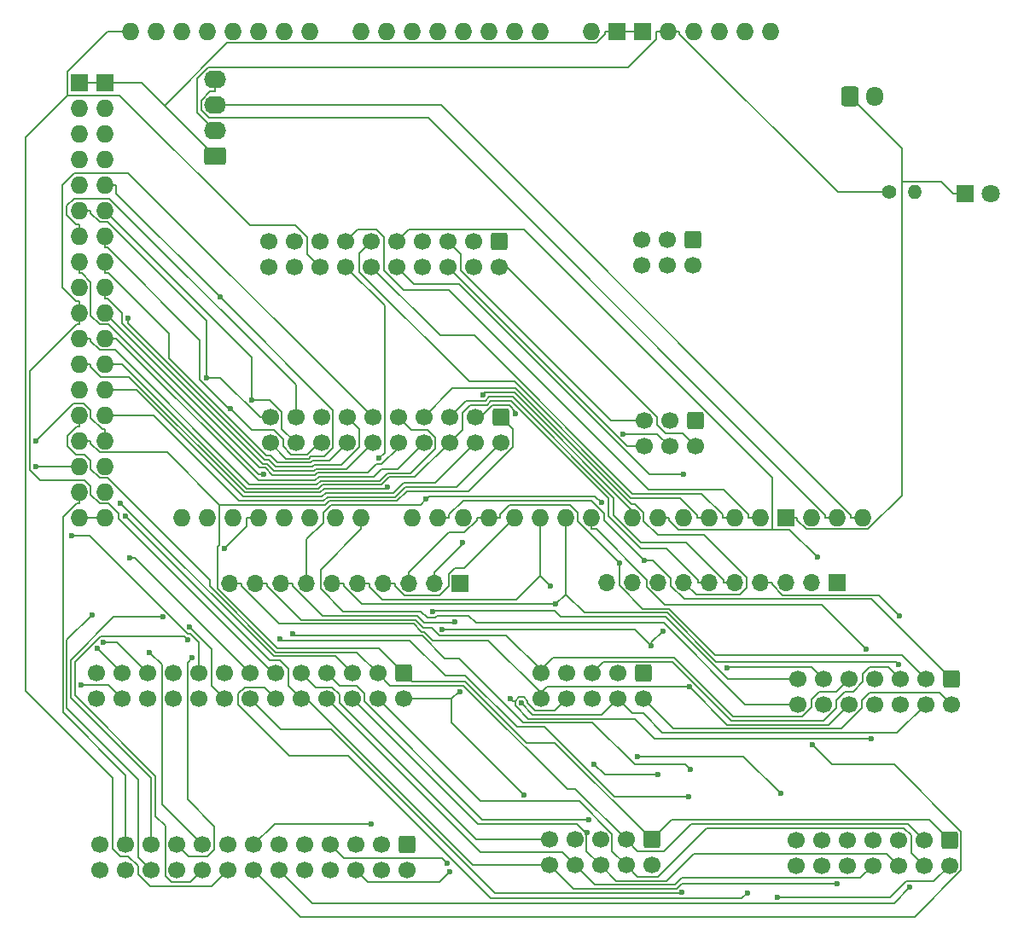
<source format=gbr>
%TF.GenerationSoftware,KiCad,Pcbnew,8.0.8*%
%TF.CreationDate,2025-03-24T05:48:31+10:00*%
%TF.ProjectId,Cable Tester,4361626c-6520-4546-9573-7465722e6b69,rev?*%
%TF.SameCoordinates,Original*%
%TF.FileFunction,Copper,L1,Top*%
%TF.FilePolarity,Positive*%
%FSLAX46Y46*%
G04 Gerber Fmt 4.6, Leading zero omitted, Abs format (unit mm)*
G04 Created by KiCad (PCBNEW 8.0.8) date 2025-03-24 05:48:31*
%MOMM*%
%LPD*%
G01*
G04 APERTURE LIST*
G04 Aperture macros list*
%AMRoundRect*
0 Rectangle with rounded corners*
0 $1 Rounding radius*
0 $2 $3 $4 $5 $6 $7 $8 $9 X,Y pos of 4 corners*
0 Add a 4 corners polygon primitive as box body*
4,1,4,$2,$3,$4,$5,$6,$7,$8,$9,$2,$3,0*
0 Add four circle primitives for the rounded corners*
1,1,$1+$1,$2,$3*
1,1,$1+$1,$4,$5*
1,1,$1+$1,$6,$7*
1,1,$1+$1,$8,$9*
0 Add four rect primitives between the rounded corners*
20,1,$1+$1,$2,$3,$4,$5,0*
20,1,$1+$1,$4,$5,$6,$7,0*
20,1,$1+$1,$6,$7,$8,$9,0*
20,1,$1+$1,$8,$9,$2,$3,0*%
G04 Aperture macros list end*
%TA.AperFunction,ComponentPad*%
%ADD10R,1.700000X1.700000*%
%TD*%
%TA.AperFunction,ComponentPad*%
%ADD11O,1.700000X1.700000*%
%TD*%
%TA.AperFunction,ComponentPad*%
%ADD12RoundRect,0.250000X-0.600000X0.600000X-0.600000X-0.600000X0.600000X-0.600000X0.600000X0.600000X0*%
%TD*%
%TA.AperFunction,ComponentPad*%
%ADD13C,1.700000*%
%TD*%
%TA.AperFunction,ComponentPad*%
%ADD14RoundRect,0.250000X-0.600000X-0.725000X0.600000X-0.725000X0.600000X0.725000X-0.600000X0.725000X0*%
%TD*%
%TA.AperFunction,ComponentPad*%
%ADD15O,1.700000X1.950000*%
%TD*%
%TA.AperFunction,ComponentPad*%
%ADD16O,1.727200X1.727200*%
%TD*%
%TA.AperFunction,ComponentPad*%
%ADD17R,1.727200X1.727200*%
%TD*%
%TA.AperFunction,ComponentPad*%
%ADD18RoundRect,0.250000X0.845000X-0.620000X0.845000X0.620000X-0.845000X0.620000X-0.845000X-0.620000X0*%
%TD*%
%TA.AperFunction,ComponentPad*%
%ADD19O,2.190000X1.740000*%
%TD*%
%TA.AperFunction,ComponentPad*%
%ADD20R,1.800000X1.800000*%
%TD*%
%TA.AperFunction,ComponentPad*%
%ADD21C,1.800000*%
%TD*%
%TA.AperFunction,ComponentPad*%
%ADD22C,1.400000*%
%TD*%
%TA.AperFunction,ComponentPad*%
%ADD23O,1.400000X1.400000*%
%TD*%
%TA.AperFunction,ViaPad*%
%ADD24C,0.600000*%
%TD*%
%TA.AperFunction,Conductor*%
%ADD25C,0.200000*%
%TD*%
G04 APERTURE END LIST*
D10*
%TO.P,J14,1,Pin_1*%
%TO.N,/PIN_R_01*%
X119025000Y-103025000D03*
D11*
%TO.P,J14,2,Pin_2*%
%TO.N,/PIN_R_02*%
X116485000Y-103025000D03*
%TO.P,J14,3,Pin_3*%
%TO.N,/PIN_R_03*%
X113945000Y-103025000D03*
%TO.P,J14,4,Pin_4*%
%TO.N,/PIN_R_04*%
X111405000Y-103025000D03*
%TO.P,J14,5,Pin_5*%
%TO.N,/PIN_R_05*%
X108865000Y-103025000D03*
%TO.P,J14,6,Pin_6*%
%TO.N,/PIN_R_06*%
X106325000Y-103025000D03*
%TO.P,J14,7,Pin_7*%
%TO.N,/PIN_R_07*%
X103785000Y-103025000D03*
%TO.P,J14,8,Pin_8*%
%TO.N,/PIN_R_08*%
X101245000Y-103025000D03*
%TO.P,J14,9,Pin_9*%
%TO.N,/PIN_R_09*%
X98705000Y-103025000D03*
%TO.P,J14,10,Pin_10*%
%TO.N,/PIN_R_10*%
X96165000Y-103025000D03*
%TD*%
D12*
%TO.P,J6,1,Pin_1*%
%TO.N,/PIN_01*%
X85466000Y-69181000D03*
D13*
%TO.P,J6,2,Pin_2*%
%TO.N,/PIN_02*%
X85466000Y-71721000D03*
%TO.P,J6,3,Pin_3*%
%TO.N,/PIN_03*%
X82926000Y-69181000D03*
%TO.P,J6,4,Pin_4*%
%TO.N,/PIN_04*%
X82926000Y-71721000D03*
%TO.P,J6,5,Pin_5*%
%TO.N,/PIN_05*%
X80386000Y-69181000D03*
%TO.P,J6,6,Pin_6*%
%TO.N,/PIN_06*%
X80386000Y-71721000D03*
%TO.P,J6,7,Pin_7*%
%TO.N,/PIN_07*%
X77846000Y-69181000D03*
%TO.P,J6,8,Pin_8*%
%TO.N,/PIN_08*%
X77846000Y-71721000D03*
%TO.P,J6,9,Pin_9*%
%TO.N,/PIN_09*%
X75306000Y-69181000D03*
%TO.P,J6,10,Pin_10*%
%TO.N,/PIN_10*%
X75306000Y-71721000D03*
%TO.P,J6,11,Pin_11*%
%TO.N,/PIN_11*%
X72766000Y-69181000D03*
%TO.P,J6,12,Pin_12*%
%TO.N,/PIN_12*%
X72766000Y-71721000D03*
%TO.P,J6,13,Pin_13*%
%TO.N,/PIN_13*%
X70226000Y-69181000D03*
%TO.P,J6,14,Pin_14*%
%TO.N,/PIN_14*%
X70226000Y-71721000D03*
%TO.P,J6,15,Pin_15*%
%TO.N,/PIN_15*%
X67686000Y-69181000D03*
%TO.P,J6,16,Pin_16*%
%TO.N,/PIN_16*%
X67686000Y-71721000D03*
%TO.P,J6,17,Pin_17*%
%TO.N,/PIN_17*%
X65146000Y-69181000D03*
%TO.P,J6,18,Pin_18*%
%TO.N,/PIN_18*%
X65146000Y-71721000D03*
%TO.P,J6,19,Pin_19*%
%TO.N,/PIN_19*%
X62606000Y-69181000D03*
%TO.P,J6,20,Pin_20*%
%TO.N,/PIN_20*%
X62606000Y-71721000D03*
%TD*%
D12*
%TO.P,J10,1,Pin_1*%
%TO.N,/PIN_R_01*%
X85586000Y-86641000D03*
D13*
%TO.P,J10,2,Pin_2*%
%TO.N,/PIN_R_02*%
X85586000Y-89181000D03*
%TO.P,J10,3,Pin_3*%
%TO.N,/PIN_R_03*%
X83046000Y-86641000D03*
%TO.P,J10,4,Pin_4*%
%TO.N,/PIN_R_04*%
X83046000Y-89181000D03*
%TO.P,J10,5,Pin_5*%
%TO.N,/PIN_R_05*%
X80506000Y-86641000D03*
%TO.P,J10,6,Pin_6*%
%TO.N,/PIN_R_06*%
X80506000Y-89181000D03*
%TO.P,J10,7,Pin_7*%
%TO.N,/PIN_R_07*%
X77966000Y-86641000D03*
%TO.P,J10,8,Pin_8*%
%TO.N,/PIN_R_08*%
X77966000Y-89181000D03*
%TO.P,J10,9,Pin_9*%
%TO.N,/PIN_R_09*%
X75426000Y-86641000D03*
%TO.P,J10,10,Pin_10*%
%TO.N,/PIN_R_10*%
X75426000Y-89181000D03*
%TO.P,J10,11,Pin_11*%
%TO.N,/PIN_R_11*%
X72886000Y-86641000D03*
%TO.P,J10,12,Pin_12*%
%TO.N,/PIN_R_12*%
X72886000Y-89181000D03*
%TO.P,J10,13,Pin_13*%
%TO.N,/PIN_R_13*%
X70346000Y-86641000D03*
%TO.P,J10,14,Pin_14*%
%TO.N,/PIN_R_14*%
X70346000Y-89181000D03*
%TO.P,J10,15,Pin_15*%
%TO.N,/PIN_R_15*%
X67806000Y-86641000D03*
%TO.P,J10,16,Pin_16*%
%TO.N,/PIN_R_16*%
X67806000Y-89181000D03*
%TO.P,J10,17,Pin_17*%
%TO.N,/PIN_R_17*%
X65266000Y-86641000D03*
%TO.P,J10,18,Pin_18*%
%TO.N,/PIN_R_18*%
X65266000Y-89181000D03*
%TO.P,J10,19,Pin_19*%
%TO.N,/PIN_R_19*%
X62726000Y-86641000D03*
%TO.P,J10,20,Pin_20*%
%TO.N,/PIN_R_20*%
X62726000Y-89181000D03*
%TD*%
D14*
%TO.P,J3,1,Pin_1*%
%TO.N,/GND*%
X120250000Y-54775000D03*
D15*
%TO.P,J3,2,Pin_2*%
%TO.N,/START TEST*%
X122750000Y-54775000D03*
%TD*%
D12*
%TO.P,J8,1,Pin_1*%
%TO.N,/PIN_R_01*%
X100582000Y-128566000D03*
D13*
%TO.P,J8,2,Pin_2*%
%TO.N,/PIN_R_02*%
X100582000Y-131106000D03*
%TO.P,J8,3,Pin_3*%
%TO.N,/PIN_R_03*%
X98042000Y-128566000D03*
%TO.P,J8,4,Pin_4*%
%TO.N,/PIN_R_04*%
X98042000Y-131106000D03*
%TO.P,J8,5,Pin_5*%
%TO.N,/PIN_R_05*%
X95502000Y-128566000D03*
%TO.P,J8,6,Pin_6*%
%TO.N,/PIN_R_06*%
X95502000Y-131106000D03*
%TO.P,J8,7,Pin_7*%
%TO.N,/PIN_R_07*%
X92962000Y-128566000D03*
%TO.P,J8,8,Pin_8*%
%TO.N,/PIN_R_08*%
X92962000Y-131106000D03*
%TO.P,J8,9,Pin_9*%
%TO.N,/PIN_R_09*%
X90422000Y-128566000D03*
%TO.P,J8,10,Pin_10*%
%TO.N,/PIN_R_10*%
X90422000Y-131106000D03*
%TD*%
D12*
%TO.P,J4,1,Pin_1*%
%TO.N,/PIN_01*%
X99742000Y-112066000D03*
D13*
%TO.P,J4,2,Pin_2*%
%TO.N,/PIN_02*%
X99742000Y-114606000D03*
%TO.P,J4,3,Pin_3*%
%TO.N,/PIN_03*%
X97202000Y-112066000D03*
%TO.P,J4,4,Pin_4*%
%TO.N,/PIN_04*%
X97202000Y-114606000D03*
%TO.P,J4,5,Pin_5*%
%TO.N,/PIN_05*%
X94662000Y-112066000D03*
%TO.P,J4,6,Pin_6*%
%TO.N,/PIN_06*%
X94662000Y-114606000D03*
%TO.P,J4,7,Pin_7*%
%TO.N,/PIN_07*%
X92122000Y-112066000D03*
%TO.P,J4,8,Pin_8*%
%TO.N,/PIN_08*%
X92122000Y-114606000D03*
%TO.P,J4,9,Pin_9*%
%TO.N,/PIN_09*%
X89582000Y-112066000D03*
%TO.P,J4,10,Pin_10*%
%TO.N,/PIN_10*%
X89582000Y-114606000D03*
%TD*%
D12*
%TO.P,J1,1,Pin_1*%
%TO.N,/PIN_01*%
X104890000Y-86985000D03*
D13*
%TO.P,J1,2,Pin_2*%
%TO.N,/PIN_02*%
X104890000Y-89525000D03*
%TO.P,J1,3,Pin_3*%
%TO.N,/PIN_03*%
X102350000Y-86985000D03*
%TO.P,J1,4,Pin_4*%
%TO.N,/PIN_04*%
X102350000Y-89525000D03*
%TO.P,J1,5,Pin_5*%
%TO.N,/PIN_05*%
X99810000Y-86985000D03*
%TO.P,J1,6,Pin_6*%
%TO.N,/PIN_06*%
X99810000Y-89525000D03*
%TD*%
D16*
%TO.P,A1,*%
%TO.N,*%
X112356000Y-48340000D03*
%TO.P,A1,3V3,3.3V*%
%TO.N,unconnected-(A1-3.3V-Pad3V3)*%
X104736000Y-48340000D03*
%TO.P,A1,5V1,5V*%
%TO.N,/+5V*%
X102196000Y-48340000D03*
%TO.P,A1,5V3,5V*%
X46316000Y-96600000D03*
%TO.P,A1,5V4,5V*%
X43776000Y-96600000D03*
%TO.P,A1,A0,A0*%
%TO.N,/START TEST*%
X89496000Y-48340000D03*
%TO.P,A1,A1,A1*%
%TO.N,unconnected-(A1-PadA1)*%
X86956000Y-48340000D03*
%TO.P,A1,A2,A2*%
%TO.N,unconnected-(A1-PadA2)*%
X84416000Y-48340000D03*
%TO.P,A1,A3,A3*%
%TO.N,unconnected-(A1-PadA3)*%
X81876000Y-48340000D03*
%TO.P,A1,A4,A4*%
%TO.N,unconnected-(A1-PadA4)*%
X79336000Y-48340000D03*
%TO.P,A1,A5,A5*%
%TO.N,unconnected-(A1-PadA5)*%
X76796000Y-48340000D03*
%TO.P,A1,A6,A6*%
%TO.N,unconnected-(A1-PadA6)*%
X74256000Y-48340000D03*
%TO.P,A1,A7,A7*%
%TO.N,unconnected-(A1-PadA7)*%
X71716000Y-48340000D03*
%TO.P,A1,A8,A8*%
%TO.N,unconnected-(A1-PadA8)*%
X66636000Y-48340000D03*
%TO.P,A1,A9,A9*%
%TO.N,unconnected-(A1-PadA9)*%
X64096000Y-48340000D03*
%TO.P,A1,A10,A10*%
%TO.N,unconnected-(A1-PadA10)*%
X61556000Y-48340000D03*
%TO.P,A1,A11,A11*%
%TO.N,unconnected-(A1-PadA11)*%
X59016000Y-48340000D03*
%TO.P,A1,A12,A12*%
%TO.N,unconnected-(A1-PadA12)*%
X56476000Y-48340000D03*
%TO.P,A1,A13,A13*%
%TO.N,unconnected-(A1-PadA13)*%
X53936000Y-48340000D03*
%TO.P,A1,A14,A14*%
%TO.N,/PIN_17*%
X51396000Y-48340000D03*
%TO.P,A1,A15,A15*%
%TO.N,/PIN_16*%
X48856000Y-48340000D03*
%TO.P,A1,AREF,AREF*%
%TO.N,unconnected-(A1-PadAREF)*%
X116420000Y-96600000D03*
%TO.P,A1,D0,D0/RX0*%
%TO.N,unconnected-(A1-D0{slash}RX0-PadD0)*%
X76796000Y-96600000D03*
%TO.P,A1,D1,D1/TX0*%
%TO.N,/PIN_01*%
X79336000Y-96600000D03*
%TO.P,A1,D2,D2_INT0*%
%TO.N,/PIN_02*%
X81876000Y-96600000D03*
%TO.P,A1,D3,D3_INT1*%
%TO.N,/PIN_03*%
X84416000Y-96600000D03*
%TO.P,A1,D4,D4*%
%TO.N,/PIN_04*%
X86956000Y-96600000D03*
%TO.P,A1,D5,D5*%
%TO.N,/PIN_05*%
X89496000Y-96600000D03*
%TO.P,A1,D6,D6*%
%TO.N,/PIN_06*%
X92036000Y-96600000D03*
%TO.P,A1,D7,D7*%
%TO.N,/PIN_07*%
X94576000Y-96600000D03*
%TO.P,A1,D8,D8*%
%TO.N,/PIN_08*%
X98640000Y-96600000D03*
%TO.P,A1,D9,D9*%
%TO.N,/PIN_09*%
X101180000Y-96600000D03*
%TO.P,A1,D10,D10*%
%TO.N,/PIN_10*%
X103720000Y-96600000D03*
%TO.P,A1,D11,D11*%
%TO.N,/PIN_11*%
X106260000Y-96600000D03*
%TO.P,A1,D12,D12*%
%TO.N,/PIN_12*%
X108800000Y-96600000D03*
%TO.P,A1,D13,D13*%
%TO.N,/PIN_13*%
X111340000Y-96600000D03*
%TO.P,A1,D14,D14/TX3*%
%TO.N,/PIN_14*%
X71716000Y-96600000D03*
%TO.P,A1,D15,D15/RX3*%
%TO.N,/PIN_15*%
X69176000Y-96600000D03*
%TO.P,A1,D16,D16/TX2*%
%TO.N,unconnected-(A1-D16{slash}TX2-PadD16)*%
X66636000Y-96600000D03*
%TO.P,A1,D17,D17/RX2*%
%TO.N,unconnected-(A1-D17{slash}RX2-PadD17)*%
X64096000Y-96600000D03*
%TO.P,A1,D18,D18/TX1*%
%TO.N,/PIN_18*%
X61556000Y-96600000D03*
%TO.P,A1,D19,D19/RX1*%
%TO.N,/PIN_19*%
X59016000Y-96600000D03*
%TO.P,A1,D20,D20/SDA*%
%TO.N,/PIN_20*%
X56476000Y-96600000D03*
%TO.P,A1,D21,D21/SCL*%
%TO.N,/PIN_21*%
X53936000Y-96600000D03*
%TO.P,A1,D22,D22*%
%TO.N,/PIN_22*%
X46316000Y-94060000D03*
%TO.P,A1,D23,D23*%
%TO.N,/PIN_23*%
X43776000Y-94060000D03*
%TO.P,A1,D24,D24*%
%TO.N,/PIN_24*%
X46316000Y-91520000D03*
%TO.P,A1,D25,D25*%
%TO.N,/PIN_25*%
X43776000Y-91520000D03*
%TO.P,A1,D26,D26*%
%TO.N,/PIN_26*%
X46316000Y-88980000D03*
%TO.P,A1,D27,D27*%
%TO.N,/PIN_R_01*%
X43776000Y-88980000D03*
%TO.P,A1,D28,D28*%
%TO.N,/PIN_R_02*%
X46316000Y-86440000D03*
%TO.P,A1,D29,D29*%
%TO.N,/PIN_R_03*%
X43776000Y-86440000D03*
%TO.P,A1,D30,D30*%
%TO.N,/PIN_R_04*%
X46316000Y-83900000D03*
%TO.P,A1,D31,D31*%
%TO.N,/PIN_R_05*%
X43776000Y-83900000D03*
%TO.P,A1,D32,D32*%
%TO.N,/PIN_R_06*%
X46316000Y-81360000D03*
%TO.P,A1,D33,D33*%
%TO.N,/PIN_R_07*%
X43776000Y-81360000D03*
%TO.P,A1,D34,D34*%
%TO.N,/PIN_R_08*%
X46316000Y-78820000D03*
%TO.P,A1,D35,D35*%
%TO.N,/PIN_R_09*%
X43776000Y-78820000D03*
%TO.P,A1,D36,D36*%
%TO.N,/PIN_R_10*%
X46316000Y-76280000D03*
%TO.P,A1,D37,D37*%
%TO.N,/PIN_R_11*%
X43776000Y-76280000D03*
%TO.P,A1,D38,D38*%
%TO.N,/PIN_R_12*%
X46316000Y-73740000D03*
%TO.P,A1,D39,D39*%
%TO.N,/PIN_R_13*%
X43776000Y-73740000D03*
%TO.P,A1,D40,D40*%
%TO.N,/PIN_R_14*%
X46316000Y-71200000D03*
%TO.P,A1,D41,D41*%
%TO.N,/PIN_R_15*%
X43776000Y-71200000D03*
%TO.P,A1,D42,D42*%
%TO.N,/PIN_R_16*%
X46316000Y-68660000D03*
%TO.P,A1,D43,D43*%
%TO.N,/PIN_R_17*%
X43776000Y-68660000D03*
%TO.P,A1,D44,D44*%
%TO.N,/PIN_R_18*%
X46316000Y-66120000D03*
%TO.P,A1,D45,D45*%
%TO.N,/PIN_R_19*%
X43776000Y-66120000D03*
%TO.P,A1,D46,D46*%
%TO.N,/PIN_R_20*%
X46316000Y-63580000D03*
%TO.P,A1,D47,D47*%
%TO.N,/PIN_R_21*%
X43776000Y-63580000D03*
%TO.P,A1,D48,D48*%
%TO.N,/PIN_R_22*%
X46316000Y-61040000D03*
%TO.P,A1,D49,D49*%
%TO.N,/PIN_R_23*%
X43776000Y-61040000D03*
%TO.P,A1,D50,D50_MISO*%
%TO.N,/PIN_R_24*%
X46316000Y-58500000D03*
%TO.P,A1,D51,D51_MOSI*%
%TO.N,/PIN_R_25*%
X43776000Y-58500000D03*
%TO.P,A1,D52,D52_SCK*%
%TO.N,/PIN_R_26*%
X46316000Y-55960000D03*
%TO.P,A1,D53,D53_CS*%
%TO.N,unconnected-(A1-D53_CS-PadD53)*%
X43776000Y-55960000D03*
D17*
%TO.P,A1,GND1,GND*%
%TO.N,/GND*%
X113880000Y-96600000D03*
%TO.P,A1,GND2,GND*%
X99656000Y-48340000D03*
%TO.P,A1,GND3,GND*%
X97116000Y-48340000D03*
%TO.P,A1,GND5,GND*%
X46316000Y-53420000D03*
%TO.P,A1,GND6,GND*%
X43776000Y-53420000D03*
D16*
%TO.P,A1,IORF,IOREF*%
%TO.N,unconnected-(A1-IOREF-PadIORF)*%
X109816000Y-48340000D03*
%TO.P,A1,RST1,RESET*%
%TO.N,unconnected-(A1-RESET-PadRST1)*%
X107276000Y-48340000D03*
%TO.P,A1,SCL,SCL*%
%TO.N,/SCL*%
X121500000Y-96600000D03*
%TO.P,A1,SDA,SDA*%
%TO.N,/SDA*%
X118960000Y-96600000D03*
%TO.P,A1,VIN,VIN*%
%TO.N,unconnected-(A1-PadVIN)*%
X94576000Y-48340000D03*
%TD*%
D12*
%TO.P,J9,1,Pin_1*%
%TO.N,/PIN_R_01*%
X130122000Y-128606000D03*
D13*
%TO.P,J9,2,Pin_2*%
%TO.N,/PIN_R_02*%
X130122000Y-131146000D03*
%TO.P,J9,3,Pin_3*%
%TO.N,/PIN_R_03*%
X127582000Y-128606000D03*
%TO.P,J9,4,Pin_4*%
%TO.N,/PIN_R_04*%
X127582000Y-131146000D03*
%TO.P,J9,5,Pin_5*%
%TO.N,/PIN_R_05*%
X125042000Y-128606000D03*
%TO.P,J9,6,Pin_6*%
%TO.N,/PIN_R_06*%
X125042000Y-131146000D03*
%TO.P,J9,7,Pin_7*%
%TO.N,/PIN_R_07*%
X122502000Y-128606000D03*
%TO.P,J9,8,Pin_8*%
%TO.N,/PIN_R_08*%
X122502000Y-131146000D03*
%TO.P,J9,9,Pin_9*%
%TO.N,/PIN_R_09*%
X119962000Y-128606000D03*
%TO.P,J9,10,Pin_10*%
%TO.N,/PIN_R_10*%
X119962000Y-131146000D03*
%TO.P,J9,11,Pin_11*%
%TO.N,/PIN_R_11*%
X117422000Y-128606000D03*
%TO.P,J9,12,Pin_12*%
%TO.N,/PIN_R_12*%
X117422000Y-131146000D03*
%TO.P,J9,13,Pin_13*%
%TO.N,/PIN_R_13*%
X114882000Y-128606000D03*
%TO.P,J9,14,Pin_14*%
%TO.N,/PIN_R_14*%
X114882000Y-131146000D03*
%TD*%
D12*
%TO.P,J2,1,Pin_1*%
%TO.N,/PIN_R_01*%
X104706000Y-69025000D03*
D13*
%TO.P,J2,2,Pin_2*%
%TO.N,/PIN_R_02*%
X104706000Y-71565000D03*
%TO.P,J2,3,Pin_3*%
%TO.N,/PIN_R_03*%
X102166000Y-69025000D03*
%TO.P,J2,4,Pin_4*%
%TO.N,/PIN_R_04*%
X102166000Y-71565000D03*
%TO.P,J2,5,Pin_5*%
%TO.N,/PIN_R_05*%
X99626000Y-69025000D03*
%TO.P,J2,6,Pin_6*%
%TO.N,/PIN_R_06*%
X99626000Y-71565000D03*
%TD*%
D12*
%TO.P,J7,1,Pin_1*%
%TO.N,/PIN_01*%
X76322000Y-129066000D03*
D13*
%TO.P,J7,2,Pin_2*%
%TO.N,/PIN_02*%
X76322000Y-131606000D03*
%TO.P,J7,3,Pin_3*%
%TO.N,/PIN_03*%
X73782000Y-129066000D03*
%TO.P,J7,4,Pin_4*%
%TO.N,/PIN_04*%
X73782000Y-131606000D03*
%TO.P,J7,5,Pin_5*%
%TO.N,/PIN_05*%
X71242000Y-129066000D03*
%TO.P,J7,6,Pin_6*%
%TO.N,/PIN_06*%
X71242000Y-131606000D03*
%TO.P,J7,7,Pin_7*%
%TO.N,/PIN_07*%
X68702000Y-129066000D03*
%TO.P,J7,8,Pin_8*%
%TO.N,/PIN_08*%
X68702000Y-131606000D03*
%TO.P,J7,9,Pin_9*%
%TO.N,/PIN_09*%
X66162000Y-129066000D03*
%TO.P,J7,10,Pin_10*%
%TO.N,/PIN_10*%
X66162000Y-131606000D03*
%TO.P,J7,11,Pin_11*%
%TO.N,/PIN_11*%
X63622000Y-129066000D03*
%TO.P,J7,12,Pin_12*%
%TO.N,/PIN_12*%
X63622000Y-131606000D03*
%TO.P,J7,13,Pin_13*%
%TO.N,/PIN_13*%
X61082000Y-129066000D03*
%TO.P,J7,14,Pin_14*%
%TO.N,/PIN_14*%
X61082000Y-131606000D03*
%TO.P,J7,15,Pin_15*%
%TO.N,/PIN_15*%
X58542000Y-129066000D03*
%TO.P,J7,16,Pin_16*%
%TO.N,/PIN_16*%
X58542000Y-131606000D03*
%TO.P,J7,17,Pin_17*%
%TO.N,/PIN_17*%
X56002000Y-129066000D03*
%TO.P,J7,18,Pin_18*%
%TO.N,/PIN_18*%
X56002000Y-131606000D03*
%TO.P,J7,19,Pin_19*%
%TO.N,/PIN_19*%
X53462000Y-129066000D03*
%TO.P,J7,20,Pin_20*%
%TO.N,/PIN_20*%
X53462000Y-131606000D03*
%TO.P,J7,21,Pin_21*%
%TO.N,/PIN_21*%
X50922000Y-129066000D03*
%TO.P,J7,22,Pin_22*%
%TO.N,/PIN_22*%
X50922000Y-131606000D03*
%TO.P,J7,23,Pin_23*%
%TO.N,/PIN_23*%
X48382000Y-129066000D03*
%TO.P,J7,24,Pin_24*%
%TO.N,/PIN_24*%
X48382000Y-131606000D03*
%TO.P,J7,25,Pin_25*%
%TO.N,/PIN_25*%
X45842000Y-129066000D03*
%TO.P,J7,26,Pin_26*%
%TO.N,/PIN_26*%
X45842000Y-131606000D03*
%TD*%
D18*
%TO.P,J15,1,Pin_1*%
%TO.N,/GND*%
X57275000Y-60750000D03*
D19*
%TO.P,J15,2,Pin_2*%
%TO.N,/+5V*%
X57275000Y-58210000D03*
%TO.P,J15,3,Pin_3*%
%TO.N,/SCL*%
X57275000Y-55670000D03*
%TO.P,J15,4,Pin_4*%
%TO.N,/SDA*%
X57275000Y-53130000D03*
%TD*%
D12*
%TO.P,J5,1,Pin_1*%
%TO.N,/PIN_01*%
X130322000Y-112606000D03*
D13*
%TO.P,J5,2,Pin_2*%
%TO.N,/PIN_02*%
X130322000Y-115146000D03*
%TO.P,J5,3,Pin_3*%
%TO.N,/PIN_03*%
X127782000Y-112606000D03*
%TO.P,J5,4,Pin_4*%
%TO.N,/PIN_04*%
X127782000Y-115146000D03*
%TO.P,J5,5,Pin_5*%
%TO.N,/PIN_05*%
X125242000Y-112606000D03*
%TO.P,J5,6,Pin_6*%
%TO.N,/PIN_06*%
X125242000Y-115146000D03*
%TO.P,J5,7,Pin_7*%
%TO.N,/PIN_07*%
X122702000Y-112606000D03*
%TO.P,J5,8,Pin_8*%
%TO.N,/PIN_08*%
X122702000Y-115146000D03*
%TO.P,J5,9,Pin_9*%
%TO.N,/PIN_09*%
X120162000Y-112606000D03*
%TO.P,J5,10,Pin_10*%
%TO.N,/PIN_10*%
X120162000Y-115146000D03*
%TO.P,J5,11,Pin_11*%
%TO.N,/PIN_11*%
X117622000Y-112606000D03*
%TO.P,J5,12,Pin_12*%
%TO.N,/PIN_12*%
X117622000Y-115146000D03*
%TO.P,J5,13,Pin_13*%
%TO.N,/PIN_13*%
X115082000Y-112606000D03*
%TO.P,J5,14,Pin_14*%
%TO.N,/PIN_14*%
X115082000Y-115146000D03*
%TD*%
D20*
%TO.P,D15,1,K*%
%TO.N,/GND*%
X131660000Y-64425000D03*
D21*
%TO.P,D15,2,A*%
%TO.N,Net-(D15-A)*%
X134200000Y-64425000D03*
%TD*%
D10*
%TO.P,J13,1,Pin_1*%
%TO.N,/PIN_01*%
X81590000Y-103175000D03*
D11*
%TO.P,J13,2,Pin_2*%
%TO.N,/PIN_02*%
X79050000Y-103175000D03*
%TO.P,J13,3,Pin_3*%
%TO.N,/PIN_03*%
X76510000Y-103175000D03*
%TO.P,J13,4,Pin_4*%
%TO.N,/PIN_04*%
X73970000Y-103175000D03*
%TO.P,J13,5,Pin_5*%
%TO.N,/PIN_05*%
X71430000Y-103175000D03*
%TO.P,J13,6,Pin_6*%
%TO.N,/PIN_06*%
X68890000Y-103175000D03*
%TO.P,J13,7,Pin_7*%
%TO.N,/PIN_07*%
X66350000Y-103175000D03*
%TO.P,J13,8,Pin_8*%
%TO.N,/PIN_08*%
X63810000Y-103175000D03*
%TO.P,J13,9,Pin_9*%
%TO.N,/PIN_09*%
X61270000Y-103175000D03*
%TO.P,J13,10,Pin_10*%
%TO.N,/PIN_10*%
X58730000Y-103175000D03*
%TD*%
D12*
%TO.P,J11,1,Pin_1*%
%TO.N,/PIN_R_01*%
X75982000Y-112066000D03*
D13*
%TO.P,J11,2,Pin_2*%
%TO.N,/PIN_R_02*%
X75982000Y-114606000D03*
%TO.P,J11,3,Pin_3*%
%TO.N,/PIN_R_03*%
X73442000Y-112066000D03*
%TO.P,J11,4,Pin_4*%
%TO.N,/PIN_R_04*%
X73442000Y-114606000D03*
%TO.P,J11,5,Pin_5*%
%TO.N,/PIN_R_05*%
X70902000Y-112066000D03*
%TO.P,J11,6,Pin_6*%
%TO.N,/PIN_R_06*%
X70902000Y-114606000D03*
%TO.P,J11,7,Pin_7*%
%TO.N,/PIN_R_07*%
X68362000Y-112066000D03*
%TO.P,J11,8,Pin_8*%
%TO.N,/PIN_R_08*%
X68362000Y-114606000D03*
%TO.P,J11,9,Pin_9*%
%TO.N,/PIN_R_09*%
X65822000Y-112066000D03*
%TO.P,J11,10,Pin_10*%
%TO.N,/PIN_R_10*%
X65822000Y-114606000D03*
%TO.P,J11,11,Pin_11*%
%TO.N,/PIN_R_11*%
X63282000Y-112066000D03*
%TO.P,J11,12,Pin_12*%
%TO.N,/PIN_R_12*%
X63282000Y-114606000D03*
%TO.P,J11,13,Pin_13*%
%TO.N,/PIN_R_13*%
X60742000Y-112066000D03*
%TO.P,J11,14,Pin_14*%
%TO.N,/PIN_R_14*%
X60742000Y-114606000D03*
%TO.P,J11,15,Pin_15*%
%TO.N,/PIN_R_15*%
X58202000Y-112066000D03*
%TO.P,J11,16,Pin_16*%
%TO.N,/PIN_R_16*%
X58202000Y-114606000D03*
%TO.P,J11,17,Pin_17*%
%TO.N,/PIN_R_17*%
X55662000Y-112066000D03*
%TO.P,J11,18,Pin_18*%
%TO.N,/PIN_R_18*%
X55662000Y-114606000D03*
%TO.P,J11,19,Pin_19*%
%TO.N,/PIN_R_19*%
X53122000Y-112066000D03*
%TO.P,J11,20,Pin_20*%
%TO.N,/PIN_R_20*%
X53122000Y-114606000D03*
%TO.P,J11,21,Pin_21*%
%TO.N,/PIN_R_21*%
X50582000Y-112066000D03*
%TO.P,J11,22,Pin_22*%
%TO.N,/PIN_R_22*%
X50582000Y-114606000D03*
%TO.P,J11,23,Pin_23*%
%TO.N,/PIN_R_23*%
X48042000Y-112066000D03*
%TO.P,J11,24,Pin_24*%
%TO.N,/PIN_R_24*%
X48042000Y-114606000D03*
%TO.P,J11,25,Pin_25*%
%TO.N,/PIN_R_25*%
X45502000Y-112066000D03*
%TO.P,J11,26,Pin_26*%
%TO.N,/PIN_R_26*%
X45502000Y-114606000D03*
%TD*%
D22*
%TO.P,R15,1*%
%TO.N,/+5V*%
X124133900Y-64303400D03*
D23*
%TO.P,R15,2*%
%TO.N,Net-(D15-A)*%
X126673900Y-64303400D03*
%TD*%
D24*
%TO.N,/PIN_01*%
X99858900Y-100831000D03*
%TO.N,/PIN_02*%
X79773400Y-107710700D03*
X81842300Y-99101100D03*
X100552000Y-109346300D03*
X101673900Y-107864100D03*
%TO.N,/PIN_03*%
X97389700Y-101146800D03*
%TO.N,/PIN_04*%
X97754700Y-88288500D03*
X87650000Y-115037100D03*
%TO.N,/PIN_05*%
X90539800Y-103399300D03*
%TO.N,/PIN_06*%
X125053400Y-111177200D03*
X91075700Y-105168800D03*
X80532400Y-131725400D03*
%TO.N,/PIN_07*%
X95581400Y-95100200D03*
X121826300Y-109668600D03*
X78204500Y-94795100D03*
X80263400Y-130907500D03*
%TO.N,/PIN_08*%
X122360500Y-118590900D03*
X81083400Y-106937800D03*
X83820500Y-84420600D03*
X86585600Y-114538500D03*
%TO.N,/PIN_09*%
X117006400Y-100553300D03*
%TO.N,/PIN_10*%
X104324500Y-113411400D03*
X103720000Y-92267700D03*
%TO.N,/PIN_11*%
X108055100Y-111515700D03*
X94844900Y-121051400D03*
X101245100Y-122134100D03*
%TO.N,/PIN_12*%
X126207000Y-133324400D03*
%TO.N,/PIN_13*%
X72796800Y-126982300D03*
X78848500Y-105937600D03*
%TO.N,/PIN_14*%
X73548000Y-90729100D03*
X116523300Y-119150800D03*
%TO.N,/PIN_17*%
X50759100Y-109988600D03*
%TO.N,/PIN_18*%
X54529800Y-108705100D03*
X58187900Y-99693000D03*
%TO.N,/PIN_19*%
X55014400Y-110531900D03*
%TO.N,/PIN_21*%
X52081900Y-106480500D03*
%TO.N,/PIN_22*%
X45042800Y-106244400D03*
%TO.N,/PIN_25*%
X39481800Y-91543100D03*
%TO.N,/PIN_26*%
X39510300Y-88972800D03*
%TO.N,/PIN_R_06*%
X94152500Y-127829000D03*
%TO.N,/PIN_R_03*%
X87064900Y-86314700D03*
%TO.N,/PIN_R_05*%
X47851400Y-95153100D03*
%TO.N,/PIN_R_04*%
X125167000Y-106327900D03*
%TO.N,/PIN_R_02*%
X113051100Y-134300500D03*
X87885900Y-124156600D03*
X81551400Y-113866500D03*
%TO.N,/PIN_R_09*%
X99161600Y-120289400D03*
X113392500Y-123996600D03*
%TO.N,/PIN_R_07*%
X74380100Y-93556800D03*
X94368600Y-126576900D03*
%TO.N,/PIN_R_10*%
X118945300Y-132943300D03*
X48386700Y-96485600D03*
%TO.N,/PIN_R_14*%
X103559900Y-133792500D03*
%TO.N,/PIN_R_13*%
X63721200Y-108616900D03*
X104209800Y-124338000D03*
X48776200Y-100633100D03*
X48637400Y-76810000D03*
%TO.N,/PIN_R_11*%
X104414700Y-121595900D03*
X64981600Y-108169700D03*
%TO.N,/PIN_R_12*%
X110104000Y-133848100D03*
%TO.N,/PIN_R_19*%
X56455200Y-82711700D03*
%TO.N,/PIN_R_17*%
X43021800Y-98375600D03*
%TO.N,/PIN_R_15*%
X62048600Y-92323900D03*
%TO.N,/PIN_R_18*%
X60923000Y-84977700D03*
%TO.N,/PIN_R_20*%
X57730000Y-74690000D03*
%TO.N,/PIN_R_16*%
X58771100Y-85759700D03*
X54758300Y-107454400D03*
%TO.N,/PIN_R_21*%
X46130000Y-109014400D03*
%TO.N,/PIN_R_23*%
X45564100Y-109580200D03*
%TO.N,/PIN_R_24*%
X43970500Y-113254100D03*
%TD*%
D25*
%TO.N,/PIN_01*%
X80499700Y-96600000D02*
X80499700Y-96323600D01*
X80499700Y-96323600D02*
X81866400Y-94956900D01*
X103797000Y-104690800D02*
X122406800Y-104690800D01*
X99858900Y-100831000D02*
X100704200Y-100831000D01*
X94584200Y-94956900D02*
X95864200Y-96236900D01*
X102515000Y-102641800D02*
X102515000Y-103408800D01*
X122406800Y-104690800D02*
X130322000Y-112606000D01*
X102515000Y-103408800D02*
X103797000Y-104690800D01*
X100704200Y-100831000D02*
X102515000Y-102641800D01*
X95864200Y-96236900D02*
X95864200Y-96836300D01*
X95864200Y-96836300D02*
X99858900Y-100831000D01*
X79336000Y-96600000D02*
X80499700Y-96600000D01*
X81866400Y-94956900D02*
X94584200Y-94956900D01*
%TO.N,/PIN_02*%
X79050000Y-103175000D02*
X79050000Y-102024900D01*
X101937700Y-88255000D02*
X101080000Y-87397300D01*
X121432000Y-114743100D02*
X121432000Y-115502600D01*
X86207400Y-71721000D02*
X85466000Y-71721000D01*
X130322000Y-115146000D02*
X129171200Y-113995200D01*
X100552000Y-108986000D02*
X100552000Y-109346300D01*
X101080000Y-87397300D02*
X101080000Y-86593600D01*
X101673900Y-107864100D02*
X100552000Y-108986000D01*
X103620000Y-88255000D02*
X101937700Y-88255000D01*
X119378200Y-117556400D02*
X102692400Y-117556400D01*
X104890000Y-89525000D02*
X103620000Y-88255000D01*
X79050000Y-102024900D02*
X81842300Y-99232600D01*
X81842300Y-99232600D02*
X81842300Y-99101100D01*
X121432000Y-115502600D02*
X119378200Y-117556400D01*
X102692400Y-117556400D02*
X99742000Y-114606000D01*
X98916400Y-107710700D02*
X100552000Y-109346300D01*
X122179900Y-113995200D02*
X121432000Y-114743100D01*
X101080000Y-86593600D02*
X86207400Y-71721000D01*
X129171200Y-113995200D02*
X122179900Y-113995200D01*
X79773400Y-107710700D02*
X98916400Y-107710700D01*
%TO.N,/PIN_03*%
X80434000Y-98100900D02*
X76510000Y-102024900D01*
X93237400Y-96146800D02*
X93237400Y-96994500D01*
X92481900Y-95391300D02*
X93237400Y-96146800D01*
X84416000Y-96600000D02*
X83252300Y-96600000D01*
X86497200Y-95391300D02*
X92481900Y-95391300D01*
X84416000Y-96600000D02*
X85579700Y-96600000D01*
X83252300Y-96600000D02*
X83252300Y-96871200D01*
X106907600Y-110268900D02*
X102302300Y-105663600D01*
X125444900Y-110268900D02*
X106907600Y-110268900D01*
X83252300Y-96871200D02*
X82022600Y-98100900D01*
X93237400Y-96994500D02*
X97389700Y-101146800D01*
X76510000Y-103175000D02*
X76510000Y-102024900D01*
X99715300Y-105663600D02*
X97389700Y-103338000D01*
X85579700Y-96308800D02*
X86497200Y-95391300D01*
X82022600Y-98100900D02*
X80434000Y-98100900D01*
X97389700Y-103338000D02*
X97389700Y-101146800D01*
X85579700Y-96600000D02*
X85579700Y-96308800D01*
X127782000Y-112606000D02*
X125444900Y-110268900D01*
X102302300Y-105663600D02*
X99715300Y-105663600D01*
%TO.N,/PIN_04*%
X97754700Y-88288500D02*
X101113500Y-88288500D01*
X127782000Y-115146000D02*
X124938600Y-117989400D01*
X86956000Y-96600000D02*
X81964900Y-101591100D01*
X80439800Y-102190900D02*
X80439800Y-103439100D01*
X75120100Y-103413300D02*
X75120100Y-103175000D01*
X73970000Y-103175000D02*
X75120100Y-103175000D01*
X99726500Y-116049900D02*
X98645900Y-116049900D01*
X97202000Y-114606000D02*
X95640300Y-116167700D01*
X81039600Y-101591100D02*
X80439800Y-102190900D01*
X76032000Y-104325200D02*
X75120100Y-103413300D01*
X124938600Y-117989400D02*
X101666000Y-117989400D01*
X98645900Y-116049900D02*
X97202000Y-114606000D01*
X95640300Y-116167700D02*
X88780600Y-116167700D01*
X101666000Y-117989400D02*
X99726500Y-116049900D01*
X81964900Y-101591100D02*
X81039600Y-101591100D01*
X88780600Y-116167700D02*
X87650000Y-115037100D01*
X80439800Y-103439100D02*
X79553700Y-104325200D01*
X79553700Y-104325200D02*
X76032000Y-104325200D01*
X101113500Y-88288500D02*
X102350000Y-89525000D01*
%TO.N,/PIN_05*%
X118892000Y-114743100D02*
X118892000Y-115502600D01*
X125242000Y-112606000D02*
X124078700Y-111442700D01*
X90539800Y-103399300D02*
X89496000Y-102355500D01*
X99810000Y-86985000D02*
X96534500Y-86985000D01*
X120558900Y-113876000D02*
X119759100Y-113876000D01*
X89496000Y-102355500D02*
X87114200Y-104737300D01*
X81656000Y-70451000D02*
X80386000Y-69181000D01*
X96534500Y-86985000D02*
X81656000Y-72106500D01*
X89496000Y-102355500D02*
X89496000Y-96600000D01*
X95824600Y-110903400D02*
X94662000Y-112066000D01*
X121551800Y-112127200D02*
X121551800Y-112883100D01*
X87114200Y-104737300D02*
X73859600Y-104737300D01*
X119759100Y-113876000D02*
X118892000Y-114743100D01*
X81656000Y-72106500D02*
X81656000Y-70451000D01*
X73859600Y-104737300D02*
X72580100Y-103457800D01*
X72580100Y-103457800D02*
X72580100Y-103175000D01*
X117658200Y-116736400D02*
X108498200Y-116736400D01*
X122236300Y-111442700D02*
X121551800Y-112127200D01*
X102665200Y-110903400D02*
X95824600Y-110903400D01*
X124078700Y-111442700D02*
X122236300Y-111442700D01*
X108498200Y-116736400D02*
X102665200Y-110903400D01*
X71430000Y-103175000D02*
X72580100Y-103175000D01*
X121551800Y-112883100D02*
X120558900Y-113876000D01*
X118892000Y-115502600D02*
X117658200Y-116736400D01*
%TO.N,/PIN_06*%
X80386000Y-71768400D02*
X80386000Y-71721000D01*
X71242000Y-131606000D02*
X72392200Y-132756200D01*
X68890000Y-103175000D02*
X70040100Y-103175000D01*
X93891200Y-106063700D02*
X92036000Y-104208500D01*
X106988400Y-110915500D02*
X102136600Y-106063700D01*
X124791700Y-110915500D02*
X106988400Y-110915500D01*
X70040100Y-103413300D02*
X70040100Y-103175000D01*
X72392200Y-132756200D02*
X79501600Y-132756200D01*
X91075700Y-105168800D02*
X92036000Y-104208500D01*
X71795600Y-105168800D02*
X70040100Y-103413300D01*
X79501600Y-132756200D02*
X80532400Y-131725400D01*
X102136600Y-106063700D02*
X93891200Y-106063700D01*
X99810000Y-89525000D02*
X98142600Y-89525000D01*
X125053400Y-111177200D02*
X124791700Y-110915500D01*
X92036000Y-104208500D02*
X92036000Y-96600000D01*
X91075700Y-105168800D02*
X71795600Y-105168800D01*
X98142600Y-89525000D02*
X80386000Y-71768400D01*
%TO.N,/GND*%
X52232300Y-55707200D02*
X58435800Y-49503700D01*
X125403900Y-63241700D02*
X125403900Y-94425600D01*
X95952300Y-48631000D02*
X95952300Y-48340000D01*
X130459900Y-64425000D02*
X129276600Y-63241700D01*
X99656000Y-48340000D02*
X97116000Y-48340000D01*
X46316000Y-53420000D02*
X43776000Y-53420000D01*
X97116000Y-48340000D02*
X95952300Y-48340000D01*
X52232300Y-55707200D02*
X49945000Y-53420000D01*
X113880000Y-96600000D02*
X115043700Y-96600000D01*
X122065800Y-97763700D02*
X115916400Y-97763700D01*
X131660000Y-64425000D02*
X130459900Y-64425000D01*
X129276600Y-63241700D02*
X125403900Y-63241700D01*
X125403900Y-94425600D02*
X122065800Y-97763700D01*
X125403900Y-59928900D02*
X125403900Y-63241700D01*
X115916400Y-97763700D02*
X115043700Y-96891000D01*
X57275000Y-60750000D02*
X52232300Y-55707200D01*
X58435800Y-49503700D02*
X95079600Y-49503700D01*
X120250000Y-54775000D02*
X125403900Y-59928900D01*
X46316000Y-53420000D02*
X47479700Y-53420000D01*
X49945000Y-53420000D02*
X47479700Y-53420000D01*
X95079600Y-49503700D02*
X95952300Y-48631000D01*
X115043700Y-96891000D02*
X115043700Y-96600000D01*
%TO.N,/PIN_07*%
X77642300Y-95357300D02*
X68734200Y-95357300D01*
X68012200Y-96079300D02*
X68012200Y-97091200D01*
X95581400Y-95100200D02*
X94962900Y-94481700D01*
X121826300Y-109668600D02*
X117421200Y-105263500D01*
X78517900Y-94481700D02*
X78204500Y-94795100D01*
X100094800Y-103505700D02*
X100094800Y-102786000D01*
X68012200Y-97091200D02*
X66350000Y-98753400D01*
X66350000Y-98753400D02*
X66350000Y-103175000D01*
X78204500Y-94795100D02*
X77642300Y-95357300D01*
X70060200Y-130424200D02*
X79780100Y-130424200D01*
X94962900Y-94481700D02*
X78517900Y-94481700D01*
X101852600Y-105263500D02*
X100094800Y-103505700D01*
X100094800Y-102786000D02*
X95072500Y-97763700D01*
X94576000Y-96600000D02*
X94576000Y-97763700D01*
X68734200Y-95357300D02*
X68012200Y-96079300D01*
X79780100Y-130424200D02*
X80263400Y-130907500D01*
X117421200Y-105263500D02*
X101852600Y-105263500D01*
X68702000Y-129066000D02*
X70060200Y-130424200D01*
X95072500Y-97763700D02*
X94576000Y-97763700D01*
%TO.N,/PIN_08*%
X67909700Y-106362900D02*
X77293600Y-106362900D01*
X87049900Y-114788600D02*
X87049900Y-115285800D01*
X84020600Y-84220500D02*
X86951500Y-84220500D01*
X88331900Y-116567800D02*
X98916300Y-116567800D01*
X86835700Y-114788600D02*
X86585600Y-114538500D01*
X77968500Y-107037800D02*
X80983400Y-107037800D01*
X87049900Y-114788600D02*
X86835700Y-114788600D01*
X89020000Y-115767600D02*
X88250100Y-114997700D01*
X122320300Y-118550700D02*
X122360500Y-118590900D01*
X64960100Y-103175000D02*
X64960100Y-103413300D01*
X92122000Y-114606000D02*
X90960400Y-115767600D01*
X80983400Y-107037800D02*
X81083400Y-106937800D01*
X88250100Y-114997700D02*
X88250100Y-114788500D01*
X88250100Y-114788500D02*
X87898600Y-114437000D01*
X87401500Y-114437000D02*
X87049900Y-114788600D01*
X83820500Y-84420600D02*
X84020600Y-84220500D01*
X87049900Y-115285800D02*
X88331900Y-116567800D01*
X87898600Y-114437000D02*
X87401500Y-114437000D01*
X90960400Y-115767600D02*
X89020000Y-115767600D01*
X63810000Y-103175000D02*
X64960100Y-103175000D01*
X77293600Y-106362900D02*
X77968500Y-107037800D01*
X86951500Y-84220500D02*
X98640000Y-95909000D01*
X64960100Y-103413300D02*
X67909700Y-106362900D01*
X98640000Y-95909000D02*
X98640000Y-96600000D01*
X98916300Y-116567800D02*
X100899200Y-118550700D01*
X100899200Y-118550700D02*
X122320300Y-118550700D01*
%TO.N,/PIN_09*%
X116471800Y-114637000D02*
X116471800Y-115388900D01*
X103270300Y-97797900D02*
X102343700Y-96871300D01*
X87916200Y-68029700D02*
X76457300Y-68029700D01*
X114251000Y-97797900D02*
X112536200Y-97797900D01*
X115524400Y-116336300D02*
X108663900Y-116336300D01*
X116471800Y-115388900D02*
X115524400Y-116336300D01*
X120162000Y-112606000D02*
X118892000Y-113876000D01*
X117006400Y-100553300D02*
X114251000Y-97797900D01*
X89582000Y-111719100D02*
X89582000Y-112066000D01*
X102830700Y-110503100D02*
X90798000Y-110503100D01*
X90798000Y-110503100D02*
X89582000Y-111719100D01*
X61270000Y-103175000D02*
X62420100Y-103175000D01*
X102343700Y-96871300D02*
X102343700Y-96600000D01*
X117232800Y-113876000D02*
X116471800Y-114637000D01*
X101180000Y-96600000D02*
X102343700Y-96600000D01*
X62420100Y-103175000D02*
X62420100Y-103413300D01*
X78751900Y-107537800D02*
X79524900Y-108310800D01*
X65769800Y-106763000D02*
X77127900Y-106763000D01*
X77902700Y-107537800D02*
X78751900Y-107537800D01*
X86173700Y-108310800D02*
X89582000Y-111719100D01*
X108663900Y-116336300D02*
X102830700Y-110503100D01*
X118892000Y-113876000D02*
X117232800Y-113876000D01*
X112536200Y-97797900D02*
X103270300Y-97797900D01*
X62420100Y-103413300D02*
X65769800Y-106763000D01*
X112536200Y-92649700D02*
X87916200Y-68029700D01*
X112536200Y-97797900D02*
X112536200Y-92649700D01*
X76457300Y-68029700D02*
X75306000Y-69181000D01*
X79524900Y-108310800D02*
X86173700Y-108310800D01*
X77127900Y-106763000D02*
X77902700Y-107537800D01*
%TO.N,/PIN_10*%
X59880100Y-103413300D02*
X63630000Y-107163200D01*
X78855600Y-108790500D02*
X84358600Y-108790500D01*
X103720000Y-92267600D02*
X103720000Y-92267700D01*
X89582000Y-114013900D02*
X90184500Y-113411400D01*
X81443800Y-73392000D02*
X100319400Y-92267600D01*
X100319400Y-92267600D02*
X103720000Y-92267600D01*
X104324500Y-113411400D02*
X108069300Y-117156200D01*
X59880100Y-103175000D02*
X59880100Y-103413300D01*
X84358600Y-108790500D02*
X89582000Y-114013900D01*
X118151800Y-117156200D02*
X120162000Y-115146000D01*
X76962300Y-107163200D02*
X77737000Y-107937900D01*
X58730000Y-103175000D02*
X59880100Y-103175000D01*
X89582000Y-114013900D02*
X89582000Y-114606000D01*
X108069300Y-117156200D02*
X118151800Y-117156200D01*
X90184500Y-113411400D02*
X104324500Y-113411400D01*
X78003000Y-107937900D02*
X78855600Y-108790500D01*
X76977000Y-73392000D02*
X81443800Y-73392000D01*
X63630000Y-107163200D02*
X76962300Y-107163200D01*
X77737000Y-107937900D02*
X78003000Y-107937900D01*
X75306000Y-71721000D02*
X76977000Y-73392000D01*
%TO.N,/PIN_11*%
X86965500Y-83102900D02*
X82487400Y-83102900D01*
X116425100Y-111409100D02*
X117622000Y-112606000D01*
X108161700Y-111409100D02*
X116425100Y-111409100D01*
X108055100Y-111515700D02*
X108161700Y-111409100D01*
X95927600Y-122134100D02*
X94844900Y-121051400D01*
X98498700Y-94636100D02*
X86965500Y-83102900D01*
X71587400Y-70359600D02*
X72766000Y-69181000D01*
X106260000Y-96600000D02*
X105096300Y-96600000D01*
X105096300Y-96600000D02*
X105096300Y-96328800D01*
X101245100Y-122134100D02*
X95927600Y-122134100D01*
X103403600Y-94636100D02*
X98498700Y-94636100D01*
X82487400Y-83102900D02*
X71587400Y-72202900D01*
X105096300Y-96328800D02*
X103403600Y-94636100D01*
X71587400Y-72202900D02*
X71587400Y-70359600D01*
%TO.N,/PIN_12*%
X98664200Y-94235900D02*
X105563100Y-94235900D01*
X72766000Y-71721000D02*
X79592000Y-78547000D01*
X63622000Y-131606000D02*
X66920400Y-134904400D01*
X108800000Y-96600000D02*
X107636300Y-96600000D01*
X82975300Y-78547000D02*
X98664200Y-94235900D01*
X105563100Y-94235900D02*
X107636300Y-96309100D01*
X124627000Y-134904400D02*
X126207000Y-133324400D01*
X66920400Y-134904400D02*
X124627000Y-134904400D01*
X107636300Y-96309100D02*
X107636300Y-96600000D01*
X79592000Y-78547000D02*
X82975300Y-78547000D01*
%TO.N,/PIN_13*%
X100276000Y-93835700D02*
X80472900Y-74032600D01*
X108113100Y-112606000D02*
X101970900Y-106463800D01*
X101970900Y-106463800D02*
X91522100Y-106463800D01*
X61082000Y-129066000D02*
X63165700Y-126982300D01*
X74036000Y-68788300D02*
X73246300Y-67998600D01*
X78898500Y-105887600D02*
X78848500Y-105937600D01*
X115082000Y-112606000D02*
X108113100Y-112606000D01*
X91522100Y-106463800D02*
X90945900Y-105887600D01*
X111340000Y-96600000D02*
X110176300Y-96600000D01*
X75977000Y-74032600D02*
X74036000Y-72091600D01*
X73246300Y-67998600D02*
X71408400Y-67998600D01*
X110176300Y-96309100D02*
X107702900Y-93835700D01*
X63165700Y-126982300D02*
X72796800Y-126982300D01*
X71408400Y-67998600D02*
X70226000Y-69181000D01*
X107702900Y-93835700D02*
X100276000Y-93835700D01*
X74036000Y-72091600D02*
X74036000Y-68788300D01*
X110176300Y-96600000D02*
X110176300Y-96309100D01*
X90945900Y-105887600D02*
X78898500Y-105887600D01*
X80472900Y-74032600D02*
X75977000Y-74032600D01*
%TO.N,/PIN_14*%
X67729100Y-101750600D02*
X71716000Y-97763700D01*
X69969100Y-105907400D02*
X67729100Y-103667400D01*
X79097000Y-106537900D02*
X78317200Y-106537900D01*
X73548000Y-90729100D02*
X74080000Y-90197100D01*
X79297300Y-106337600D02*
X79097000Y-106537900D01*
X74080000Y-75575000D02*
X70226000Y-71721000D01*
X109839700Y-115146000D02*
X101757500Y-107063800D01*
X131279800Y-131631400D02*
X131279800Y-127751200D01*
X83130500Y-107063800D02*
X82404300Y-106337600D01*
X71716000Y-96600000D02*
X71716000Y-97763700D01*
X74080000Y-90197100D02*
X74080000Y-75575000D01*
X61082000Y-131606000D02*
X65688700Y-136212700D01*
X77686700Y-105907400D02*
X69969100Y-105907400D01*
X126698500Y-136212700D02*
X131279800Y-131631400D01*
X67729100Y-103667400D02*
X67729100Y-101750600D01*
X131279800Y-127751200D02*
X124631500Y-121102900D01*
X78317200Y-106537900D02*
X77686700Y-105907400D01*
X118475400Y-121102900D02*
X116523300Y-119150800D01*
X82404300Y-106337600D02*
X79297300Y-106337600D01*
X101757500Y-107063800D02*
X83130500Y-107063800D01*
X115082000Y-115146000D02*
X109839700Y-115146000D01*
X124631500Y-121102900D02*
X118475400Y-121102900D01*
X65688700Y-136212700D02*
X126698500Y-136212700D01*
%TO.N,/PIN_16*%
X60746400Y-67623900D02*
X65247000Y-67623900D01*
X66416000Y-68792900D02*
X66416000Y-70451000D01*
X49652000Y-131989100D02*
X50849900Y-133187000D01*
X47112000Y-129484500D02*
X47843700Y-130216200D01*
X42581100Y-54690000D02*
X42581100Y-52381500D01*
X65247000Y-67623900D02*
X66416000Y-68792900D01*
X48658400Y-130216200D02*
X49652000Y-131209800D01*
X50849900Y-133187000D02*
X56961000Y-133187000D01*
X38444300Y-113774900D02*
X47112000Y-122442600D01*
X66416000Y-70451000D02*
X67686000Y-71721000D01*
X47812500Y-54690000D02*
X60746400Y-67623900D01*
X56961000Y-133187000D02*
X58542000Y-131606000D01*
X42581100Y-54690000D02*
X38444300Y-58826800D01*
X42581100Y-52381500D02*
X46622600Y-48340000D01*
X47112000Y-122442600D02*
X47112000Y-129484500D01*
X42581100Y-54690000D02*
X47812500Y-54690000D01*
X49652000Y-131209800D02*
X49652000Y-131989100D01*
X47843700Y-130216200D02*
X48658400Y-130216200D01*
X46622600Y-48340000D02*
X48856000Y-48340000D01*
X38444300Y-58826800D02*
X38444300Y-113774900D01*
%TO.N,/PIN_17*%
X56002000Y-129066000D02*
X51971800Y-125035800D01*
X51971800Y-125035800D02*
X51971800Y-111201300D01*
X51971800Y-111201300D02*
X50759100Y-109988600D01*
%TO.N,/PIN_18*%
X58187900Y-99693000D02*
X60392300Y-97488600D01*
X43354700Y-114260900D02*
X43354700Y-110906000D01*
X51331800Y-122238000D02*
X43354700Y-114260900D01*
X52311800Y-127231000D02*
X51331800Y-126251000D01*
X56002000Y-131606000D02*
X54821200Y-132786800D01*
X54821200Y-132786800D02*
X52939100Y-132786800D01*
X61556000Y-96600000D02*
X60392300Y-96600000D01*
X52311800Y-132159500D02*
X52311800Y-127231000D01*
X60392300Y-97488600D02*
X60392300Y-96600000D01*
X54186300Y-108361600D02*
X54529800Y-108705100D01*
X51331800Y-126251000D02*
X51331800Y-122238000D01*
X43354700Y-110906000D02*
X45899100Y-108361600D01*
X45899100Y-108361600D02*
X54186300Y-108361600D01*
X52939100Y-132786800D02*
X52311800Y-132159500D01*
%TO.N,/PIN_19*%
X53462000Y-129066000D02*
X54612200Y-130216200D01*
X56540300Y-130216200D02*
X57180500Y-129576000D01*
X57180500Y-127258400D02*
X54511800Y-124589700D01*
X54511800Y-111034500D02*
X55014400Y-110531900D01*
X54612200Y-130216200D02*
X56540300Y-130216200D01*
X57180500Y-129576000D02*
X57180500Y-127258400D01*
X54511800Y-124589700D02*
X54511800Y-111034500D01*
%TO.N,/PIN_21*%
X42954600Y-110740300D02*
X42954600Y-114494900D01*
X47214400Y-106480500D02*
X42954600Y-110740300D01*
X42954600Y-114494900D02*
X50921900Y-122462200D01*
X50921900Y-129066000D02*
X50922000Y-129066000D01*
X50921900Y-122462200D02*
X50921900Y-129066000D01*
X52081900Y-106480500D02*
X47214400Y-106480500D01*
%TO.N,/PIN_22*%
X45042800Y-106244400D02*
X42554500Y-108732700D01*
X49652000Y-130336000D02*
X50922000Y-131606000D01*
X49652000Y-122629500D02*
X49652000Y-130336000D01*
X42554500Y-108732700D02*
X42554500Y-115532000D01*
X42554500Y-115532000D02*
X49652000Y-122629500D01*
%TO.N,/PIN_23*%
X43776000Y-94060000D02*
X43776000Y-95223700D01*
X48382000Y-122175400D02*
X48382000Y-129066000D01*
X43776000Y-95223700D02*
X43504700Y-95223700D01*
X43504700Y-95223700D02*
X42154400Y-96574000D01*
X42154400Y-115947800D02*
X48382000Y-122175400D01*
X42154400Y-96574000D02*
X42154400Y-115947800D01*
%TO.N,/PIN_25*%
X42589200Y-91543100D02*
X42612300Y-91520000D01*
X39481800Y-91543100D02*
X42589200Y-91543100D01*
X43776000Y-91520000D02*
X42612300Y-91520000D01*
%TO.N,/PIN_26*%
X44939800Y-86711400D02*
X46044700Y-87816300D01*
X39510300Y-88972800D02*
X43206900Y-85276200D01*
X43206900Y-85276200D02*
X44260800Y-85276200D01*
X44939800Y-85955200D02*
X44939800Y-86711400D01*
X44260800Y-85276200D02*
X44939800Y-85955200D01*
X46316000Y-88980000D02*
X46316000Y-87816300D01*
X46044700Y-87816300D02*
X46316000Y-87816300D01*
%TO.N,/PIN_R_01*%
X102534400Y-126613600D02*
X100582000Y-128566000D01*
X130122000Y-128606000D02*
X128129600Y-126613600D01*
X128129600Y-126613600D02*
X102534400Y-126613600D01*
X85586000Y-86641000D02*
X86802100Y-87857100D01*
X57547900Y-99484400D02*
X57547900Y-103633200D01*
X76782200Y-112866200D02*
X82078100Y-112866200D01*
X52478200Y-90143700D02*
X45812400Y-90143700D01*
X86802100Y-89628400D02*
X82439300Y-93991200D01*
X68568500Y-94957200D02*
X68168400Y-95357300D01*
X82078100Y-112866200D02*
X88180300Y-118968400D01*
X90984400Y-118968400D02*
X100582000Y-128566000D01*
X86802100Y-87857100D02*
X86802100Y-89628400D01*
X57691800Y-95357300D02*
X57691800Y-99340500D01*
X57691800Y-95357300D02*
X52478200Y-90143700D01*
X57691800Y-99340500D02*
X57547900Y-99484400D01*
X88180300Y-118968400D02*
X90984400Y-118968400D01*
X75982000Y-112066000D02*
X76782200Y-112866200D01*
X75313800Y-94957200D02*
X68568500Y-94957200D01*
X73479700Y-109563700D02*
X75982000Y-112066000D01*
X57547900Y-103633200D02*
X63478400Y-109563700D01*
X76279800Y-93991200D02*
X75313800Y-94957200D01*
X82439300Y-93991200D02*
X76279800Y-93991200D01*
X68168400Y-95357300D02*
X57691800Y-95357300D01*
X63478400Y-109563700D02*
X73479700Y-109563700D01*
X44939700Y-89271000D02*
X44939700Y-88980000D01*
X45812400Y-90143700D02*
X44939700Y-89271000D01*
X43776000Y-88980000D02*
X44939700Y-88980000D01*
%TO.N,/PIN_R_06*%
X104739800Y-129976100D02*
X102048800Y-132667100D01*
X86661600Y-85062200D02*
X96264300Y-94664900D01*
X94112200Y-129716200D02*
X95502000Y-131106000D01*
X93178600Y-127054900D02*
X94052600Y-127928900D01*
X46316000Y-81360000D02*
X47479700Y-81360000D01*
X94052600Y-127928900D02*
X94112200Y-127988500D01*
X123872100Y-129976100D02*
X104739800Y-129976100D01*
X81776100Y-86246300D02*
X82601600Y-85420800D01*
X82601600Y-85420800D02*
X84234800Y-85420800D01*
X102052100Y-99663800D02*
X105174900Y-102786600D01*
X77095900Y-92591100D02*
X74497300Y-92591100D01*
X106325000Y-103025000D02*
X105174900Y-103025000D01*
X67538300Y-93724200D02*
X60404600Y-93724200D01*
X83350900Y-127054900D02*
X93178600Y-127054900D01*
X80506000Y-89181000D02*
X77095900Y-92591100D01*
X125042000Y-131146000D02*
X123872100Y-129976100D01*
X84234800Y-85420800D02*
X84593400Y-85062200D01*
X74497300Y-92591100D02*
X73731600Y-93356800D01*
X96264300Y-94664900D02*
X96264300Y-96436400D01*
X48040400Y-81360000D02*
X47479700Y-81360000D01*
X60404600Y-93724200D02*
X48040400Y-81360000D01*
X70902000Y-114606000D02*
X83350900Y-127054900D01*
X94112200Y-127988500D02*
X94112200Y-129716200D01*
X99491700Y-99663800D02*
X102052100Y-99663800D01*
X80506000Y-89181000D02*
X81776100Y-87910900D01*
X102048800Y-132667100D02*
X97063100Y-132667100D01*
X81776100Y-87910900D02*
X81776100Y-86246300D01*
X73731600Y-93356800D02*
X67905700Y-93356800D01*
X97063100Y-132667100D02*
X95502000Y-131106000D01*
X67905700Y-93356800D02*
X67538300Y-93724200D01*
X84593400Y-85062200D02*
X86661600Y-85062200D01*
X96264300Y-96436400D02*
X99491700Y-99663800D01*
X94052600Y-127928900D02*
X94152500Y-127829000D01*
X105174900Y-102786600D02*
X105174900Y-103025000D01*
%TO.N,/PIN_R_03*%
X43427000Y-90349500D02*
X44296200Y-90349500D01*
X43776000Y-86440000D02*
X43776000Y-87603700D01*
X84745300Y-85476100D02*
X86438800Y-85476100D01*
X56716000Y-102807800D02*
X56716000Y-103383300D01*
X101776200Y-129726100D02*
X99202100Y-129726100D01*
X43504700Y-87603700D02*
X42592400Y-88516000D01*
X42592400Y-88516000D02*
X42592400Y-89514900D01*
X87064900Y-86102200D02*
X87064900Y-86314700D01*
X83580400Y-86641000D02*
X84745300Y-85476100D01*
X44296200Y-90349500D02*
X44939800Y-90993100D01*
X42592400Y-89514900D02*
X43427000Y-90349500D01*
X44939800Y-91834500D02*
X45789100Y-92683800D01*
X46592000Y-92683800D02*
X56716000Y-102807800D01*
X43776000Y-87603700D02*
X43504700Y-87603700D01*
X83046000Y-86641000D02*
X83580400Y-86641000D01*
X93024700Y-123548700D02*
X98042000Y-128566000D01*
X127582000Y-128606000D02*
X125989700Y-127013700D01*
X99202100Y-129726100D02*
X98042000Y-128566000D01*
X92194800Y-123548700D02*
X93024700Y-123548700D01*
X74642300Y-113266300D02*
X81912400Y-113266300D01*
X56716000Y-103383300D02*
X63296500Y-109963800D01*
X125989700Y-127013700D02*
X104488600Y-127013700D01*
X81912400Y-113266300D02*
X92194800Y-123548700D01*
X73442000Y-112066000D02*
X74642300Y-113266300D01*
X45789100Y-92683800D02*
X46592000Y-92683800D01*
X63296500Y-109963800D02*
X71339800Y-109963800D01*
X104488600Y-127013700D02*
X101776200Y-129726100D01*
X71339800Y-109963800D02*
X73442000Y-112066000D01*
X86438800Y-85476100D02*
X87064900Y-86102200D01*
X44939800Y-90993100D02*
X44939800Y-91834500D01*
%TO.N,/PIN_R_05*%
X86785900Y-84620700D02*
X96804500Y-94639300D01*
X47902800Y-95153100D02*
X63113600Y-110363900D01*
X63113600Y-110363900D02*
X69199900Y-110363900D01*
X108865000Y-103025000D02*
X107714900Y-103025000D01*
X84069000Y-85020700D02*
X84469000Y-84620700D01*
X96804500Y-94639300D02*
X96804500Y-96410700D01*
X82126300Y-85020700D02*
X84069000Y-85020700D01*
X84469000Y-84620700D02*
X86785900Y-84620700D01*
X104026300Y-99098100D02*
X107714900Y-102786700D01*
X99491900Y-99098100D02*
X104026300Y-99098100D01*
X107714900Y-102786700D02*
X107714900Y-103025000D01*
X47851400Y-95153100D02*
X47902800Y-95153100D01*
X96804500Y-96410700D02*
X99491900Y-99098100D01*
X80506000Y-86641000D02*
X82126300Y-85020700D01*
X69199900Y-110363900D02*
X70902000Y-112066000D01*
%TO.N,/PIN_R_04*%
X93399500Y-124756700D02*
X96652200Y-128009400D01*
X126312000Y-128156300D02*
X126312000Y-129876000D01*
X68237100Y-94157000D02*
X67869700Y-94524400D01*
X98042000Y-131106000D02*
X99202900Y-132266900D01*
X46316000Y-83900000D02*
X47479700Y-83900000D01*
X73442000Y-114606000D02*
X83592700Y-124756700D01*
X83592700Y-124756700D02*
X93399500Y-124756700D01*
X106031100Y-127413900D02*
X125569600Y-127413900D01*
X67869700Y-94524400D02*
X60073200Y-94524400D01*
X99202900Y-132266900D02*
X101178100Y-132266900D01*
X112555100Y-103263300D02*
X112555100Y-103025000D01*
X49448800Y-83900000D02*
X47479700Y-83900000D01*
X74982400Y-94157000D02*
X68237100Y-94157000D01*
X111405000Y-103025000D02*
X112555100Y-103025000D01*
X60073200Y-94524400D02*
X49448800Y-83900000D01*
X125167000Y-106327900D02*
X123129700Y-104290600D01*
X83046000Y-89181000D02*
X79070300Y-93156700D01*
X126312000Y-129876000D02*
X127582000Y-131146000D01*
X96652200Y-129716200D02*
X98042000Y-131106000D01*
X75982700Y-93156700D02*
X74982400Y-94157000D01*
X101178100Y-132266900D02*
X106031100Y-127413900D01*
X125569600Y-127413900D02*
X126312000Y-128156300D01*
X113582400Y-104290600D02*
X112555100Y-103263300D01*
X96652200Y-128009400D02*
X96652200Y-129716200D01*
X79070300Y-93156700D02*
X75982700Y-93156700D01*
X123129700Y-104290600D02*
X113582400Y-104290600D01*
%TO.N,/PIN_R_02*%
X75148100Y-94557100D02*
X68402800Y-94557100D01*
X68035400Y-94924500D02*
X59624400Y-94924500D01*
X80699400Y-114606000D02*
X80699400Y-116970100D01*
X51139900Y-86440000D02*
X47479700Y-86440000D01*
X59624400Y-94924500D02*
X51139900Y-86440000D01*
X125832800Y-132719800D02*
X128548200Y-132719800D01*
X46316000Y-86440000D02*
X47479700Y-86440000D01*
X81438900Y-113866500D02*
X81551400Y-113866500D01*
X85586000Y-89181000D02*
X81210100Y-93556900D01*
X81210100Y-93556900D02*
X76148300Y-93556900D01*
X76148300Y-93556900D02*
X75148100Y-94557100D01*
X80699400Y-116970100D02*
X87885900Y-124156600D01*
X80699400Y-114606000D02*
X81438900Y-113866500D01*
X124252100Y-134300500D02*
X125832800Y-132719800D01*
X128548200Y-132719800D02*
X130122000Y-131146000D01*
X68402800Y-94557100D02*
X68035400Y-94924500D01*
X75982000Y-114606000D02*
X80699400Y-114606000D01*
X113051100Y-134300500D02*
X124252100Y-134300500D01*
%TO.N,/PIN_R_09*%
X76675700Y-92191000D02*
X74331500Y-92191000D01*
X67211800Y-113455800D02*
X68900300Y-113455800D01*
X69632000Y-114187500D02*
X69632000Y-115029500D01*
X78384500Y-87911000D02*
X79116200Y-88642700D01*
X44939700Y-79111000D02*
X44939700Y-78820000D01*
X47340300Y-79983700D02*
X45812400Y-79983700D01*
X109685300Y-120289400D02*
X113392500Y-123996600D01*
X73565800Y-92956700D02*
X67740000Y-92956700D01*
X67740000Y-92956700D02*
X67372600Y-93324100D01*
X45812400Y-79983700D02*
X44939700Y-79111000D01*
X74331500Y-92191000D02*
X73565800Y-92956700D01*
X68900300Y-113455800D02*
X69632000Y-114187500D01*
X69632000Y-115029500D02*
X83168500Y-128566000D01*
X79116200Y-88642700D02*
X79116200Y-89750500D01*
X67372600Y-93324100D02*
X60680700Y-93324100D01*
X83168500Y-128566000D02*
X90422000Y-128566000D01*
X99161600Y-120289400D02*
X109685300Y-120289400D01*
X65822000Y-112066000D02*
X67211800Y-113455800D01*
X76696000Y-87911000D02*
X78384500Y-87911000D01*
X60680700Y-93324100D02*
X47340300Y-79983700D01*
X43776000Y-78820000D02*
X44939700Y-78820000D01*
X79116200Y-89750500D02*
X76675700Y-92191000D01*
X75426000Y-86641000D02*
X76696000Y-87911000D01*
%TO.N,/PIN_R_07*%
X45938400Y-82630000D02*
X44939700Y-81631300D01*
X105774900Y-98297800D02*
X101174200Y-98297800D01*
X60238900Y-94124300D02*
X48744600Y-82630000D01*
X71320500Y-113336000D02*
X69632000Y-113336000D01*
X74380100Y-93556800D02*
X74180000Y-93756900D01*
X110037100Y-103539000D02*
X110037100Y-102560000D01*
X101174200Y-98297800D02*
X99803700Y-96927300D01*
X68071400Y-93756900D02*
X67704000Y-94124300D01*
X48744600Y-82630000D02*
X45938400Y-82630000D01*
X87079100Y-83782400D02*
X80824600Y-83782400D01*
X99803700Y-96927300D02*
X99803700Y-96118000D01*
X43776000Y-81360000D02*
X44939700Y-81360000D01*
X80824600Y-83782400D02*
X77966000Y-86641000D01*
X94368600Y-126576900D02*
X83780700Y-126576900D01*
X110037100Y-102560000D02*
X105774900Y-98297800D01*
X103785000Y-103025000D02*
X104990700Y-104230700D01*
X67704000Y-94124300D02*
X60238900Y-94124300D01*
X99803700Y-96118000D02*
X98944100Y-95258400D01*
X74180000Y-93756900D02*
X68071400Y-93756900D01*
X69632000Y-113336000D02*
X68362000Y-112066000D01*
X44939700Y-81631300D02*
X44939700Y-81360000D01*
X109345400Y-104230700D02*
X110037100Y-103539000D01*
X72052200Y-114067700D02*
X71320500Y-113336000D01*
X104990700Y-104230700D02*
X109345400Y-104230700D01*
X98944100Y-95258400D02*
X98555100Y-95258400D01*
X98555100Y-95258400D02*
X87079100Y-83782400D01*
X72052200Y-114848400D02*
X72052200Y-114067700D01*
X83780700Y-126576900D02*
X72052200Y-114848400D01*
%TO.N,/PIN_R_10*%
X72450500Y-92156500D02*
X67408600Y-92156500D01*
X118945300Y-132943300D02*
X103560500Y-132943300D01*
X103560500Y-132943300D02*
X103036400Y-133467400D01*
X63663500Y-110764000D02*
X64552000Y-111652500D01*
X90422000Y-131106000D02*
X82817000Y-131106000D01*
X62226500Y-91653100D02*
X61689100Y-91653100D01*
X73277800Y-91329200D02*
X72450500Y-92156500D01*
X66317000Y-114606000D02*
X65822000Y-114606000D01*
X103036400Y-133467400D02*
X92783400Y-133467400D01*
X62930000Y-92356600D02*
X62226500Y-91653100D01*
X61689100Y-91653100D02*
X46316000Y-76280000D01*
X64552000Y-111652500D02*
X64552000Y-113336000D01*
X82817000Y-131106000D02*
X66317000Y-114606000D01*
X73796600Y-91329200D02*
X73277800Y-91329200D01*
X64552000Y-113336000D02*
X65822000Y-114606000D01*
X62665100Y-110764000D02*
X63663500Y-110764000D01*
X92783400Y-133467400D02*
X90422000Y-131106000D01*
X48386700Y-96485600D02*
X62665100Y-110764000D01*
X67408600Y-92156500D02*
X67208500Y-92356600D01*
X75426000Y-89181000D02*
X75426000Y-89699800D01*
X67208500Y-92356600D02*
X62930000Y-92356600D01*
X75426000Y-89699800D02*
X73796600Y-91329200D01*
%TO.N,/PIN_R_08*%
X77966000Y-89181000D02*
X75390600Y-91756400D01*
X61583700Y-92924000D02*
X47479700Y-78820000D01*
X121306200Y-132341800D02*
X103596200Y-132341800D01*
X67574300Y-92556600D02*
X67206900Y-92924000D01*
X67206900Y-92924000D02*
X61583700Y-92924000D01*
X122502000Y-131146000D02*
X121306200Y-132341800D01*
X73778500Y-91756400D02*
X72978300Y-92556600D01*
X102870700Y-133067300D02*
X94923300Y-133067300D01*
X94923300Y-133067300D02*
X92962000Y-131106000D01*
X75390600Y-91756400D02*
X73778500Y-91756400D01*
X83592000Y-129836000D02*
X91692000Y-129836000D01*
X46316000Y-78820000D02*
X47479700Y-78820000D01*
X91692000Y-129836000D02*
X92962000Y-131106000D01*
X68362000Y-114606000D02*
X83592000Y-129836000D01*
X103596200Y-132341800D02*
X102870700Y-133067300D01*
X72978300Y-92556600D02*
X67574300Y-92556600D01*
%TO.N,/PIN_R_14*%
X46659000Y-72363700D02*
X46316000Y-72363700D01*
X63427100Y-91156300D02*
X62723600Y-90452800D01*
X63752500Y-117616500D02*
X60742000Y-114606000D01*
X70346000Y-89181000D02*
X68570800Y-90956200D01*
X52651900Y-78356600D02*
X46659000Y-72363700D01*
X62299000Y-90452800D02*
X52651900Y-80805700D01*
X66911500Y-90956200D02*
X66711400Y-91156300D01*
X85012800Y-133867500D02*
X68761800Y-117616500D01*
X46316000Y-71200000D02*
X46316000Y-72363700D01*
X103559900Y-133792500D02*
X103484900Y-133867500D01*
X62723600Y-90452800D02*
X62299000Y-90452800D01*
X103484900Y-133867500D02*
X85012800Y-133867500D01*
X52651900Y-80805700D02*
X52651900Y-78356600D01*
X68570800Y-90956200D02*
X66911500Y-90956200D01*
X68761800Y-117616500D02*
X63752500Y-117616500D01*
X66711400Y-91156300D02*
X63427100Y-91156300D01*
%TO.N,/PIN_R_13*%
X63885000Y-108780700D02*
X76599300Y-108780700D01*
X67077200Y-91356300D02*
X66877100Y-91556400D01*
X89950100Y-117368200D02*
X96919900Y-124338000D01*
X48637400Y-77357000D02*
X48637400Y-76810000D01*
X62557900Y-90852900D02*
X62133300Y-90852900D01*
X62133300Y-90852900D02*
X48637400Y-77357000D01*
X82105200Y-112266100D02*
X87207300Y-117368200D01*
X70346000Y-86641000D02*
X71536600Y-87831600D01*
X71536600Y-89638000D02*
X69818300Y-91356300D01*
X71536600Y-87831600D02*
X71536600Y-89638000D01*
X60742000Y-112066000D02*
X49309100Y-100633100D01*
X87207300Y-117368200D02*
X89950100Y-117368200D01*
X80084700Y-112266100D02*
X82105200Y-112266100D01*
X63261400Y-91556400D02*
X62557900Y-90852900D01*
X66877100Y-91556400D02*
X63261400Y-91556400D01*
X49309100Y-100633100D02*
X48776200Y-100633100D01*
X96919900Y-124338000D02*
X104209800Y-124338000D01*
X69818300Y-91356300D02*
X67077200Y-91356300D01*
X63721200Y-108616900D02*
X63885000Y-108780700D01*
X76599300Y-108780700D02*
X80084700Y-112266100D01*
%TO.N,/PIN_R_11*%
X43504700Y-77443700D02*
X43776000Y-77443700D01*
X65149900Y-108338000D02*
X64981600Y-108169700D01*
X44939800Y-93533100D02*
X44288200Y-92881500D01*
X47664500Y-96241600D02*
X46646700Y-95223800D01*
X87834700Y-116968000D02*
X81446800Y-110580100D01*
X104414700Y-121595900D02*
X103952700Y-121133900D01*
X77820100Y-108338000D02*
X65149900Y-108338000D01*
X42114500Y-73745700D02*
X42114500Y-63590500D01*
X44939800Y-94374500D02*
X44939800Y-93533100D01*
X43485100Y-75116300D02*
X42114500Y-73745700D01*
X45789100Y-95223800D02*
X44939800Y-94374500D01*
X39887300Y-92881500D02*
X38875800Y-91870000D01*
X42114500Y-63590500D02*
X43327100Y-62377900D01*
X98886900Y-121133900D02*
X94721000Y-116968000D01*
X47664500Y-96681500D02*
X47664500Y-96241600D01*
X43327100Y-62377900D02*
X48622900Y-62377900D01*
X80062200Y-110580100D02*
X77820100Y-108338000D01*
X43776000Y-76280000D02*
X43776000Y-75116300D01*
X43776000Y-75116300D02*
X43485100Y-75116300D01*
X46646700Y-95223800D02*
X45789100Y-95223800D01*
X94721000Y-116968000D02*
X87834700Y-116968000D01*
X38875800Y-82072600D02*
X43504700Y-77443700D01*
X43776000Y-76280000D02*
X43776000Y-77443700D01*
X48622900Y-62377900D02*
X72886000Y-86641000D01*
X44288200Y-92881500D02*
X39887300Y-92881500D01*
X63282000Y-112066000D02*
X63049000Y-112066000D01*
X38875800Y-91870000D02*
X38875800Y-82072600D01*
X103952700Y-121133900D02*
X98886900Y-121133900D01*
X63049000Y-112066000D02*
X47664500Y-96681500D01*
X81446800Y-110580100D02*
X80062200Y-110580100D01*
%TO.N,/PIN_R_12*%
X109529900Y-134422200D02*
X110104000Y-133848100D01*
X62392200Y-91253000D02*
X61967600Y-91253000D01*
X62131800Y-113455800D02*
X60203700Y-113455800D01*
X63282000Y-114606000D02*
X62131800Y-113455800D01*
X84626800Y-134422200D02*
X109529900Y-134422200D01*
X70444700Y-120240100D02*
X84626800Y-134422200D01*
X48037300Y-77322700D02*
X48037300Y-76339300D01*
X72886000Y-89181000D02*
X70310600Y-91756400D01*
X70310600Y-91756400D02*
X67242900Y-91756400D01*
X67042800Y-91956500D02*
X63095700Y-91956500D01*
X48037300Y-76339300D02*
X46601700Y-74903700D01*
X46316000Y-73740000D02*
X46316000Y-74903700D01*
X60203700Y-113455800D02*
X59584800Y-114074700D01*
X59584800Y-115180200D02*
X64644700Y-120240100D01*
X64644700Y-120240100D02*
X70444700Y-120240100D01*
X61967600Y-91253000D02*
X48037300Y-77322700D01*
X63095700Y-91956500D02*
X62392200Y-91253000D01*
X59584800Y-114074700D02*
X59584800Y-115180200D01*
X67242900Y-91756400D02*
X67042800Y-91956500D01*
X46601700Y-74903700D02*
X46316000Y-74903700D01*
%TO.N,/PIN_R_19*%
X43776000Y-66120000D02*
X44939700Y-66120000D01*
X57808400Y-82711700D02*
X61737700Y-86641000D01*
X44939700Y-66411000D02*
X45812400Y-67283700D01*
X56455200Y-77107000D02*
X56455200Y-82711700D01*
X45812400Y-67283700D02*
X46631900Y-67283700D01*
X46631900Y-67283700D02*
X56455200Y-77107000D01*
X56455200Y-82711700D02*
X57808400Y-82711700D01*
X44939700Y-66120000D02*
X44939700Y-66411000D01*
X61737700Y-86641000D02*
X62726000Y-86641000D01*
%TO.N,/PIN_R_17*%
X42567800Y-66579000D02*
X42567800Y-65619900D01*
X43485100Y-67496300D02*
X42567800Y-66579000D01*
X43776000Y-68660000D02*
X43776000Y-67496300D01*
X46760300Y-64917900D02*
X65266000Y-83423600D01*
X43269800Y-64917900D02*
X46760300Y-64917900D01*
X54782500Y-108105000D02*
X54555100Y-108105000D01*
X43776000Y-67496300D02*
X43485100Y-67496300D01*
X55662000Y-112066000D02*
X55662000Y-108984500D01*
X42567800Y-65619900D02*
X43269800Y-64917900D01*
X65266000Y-83423600D02*
X65266000Y-86641000D01*
X54555100Y-108105000D02*
X44825700Y-98375600D01*
X44825700Y-98375600D02*
X43021800Y-98375600D01*
X55662000Y-108984500D02*
X54782500Y-108105000D01*
%TO.N,/PIN_R_15*%
X44939700Y-73236400D02*
X44939700Y-76552300D01*
X43776000Y-71200000D02*
X43776000Y-72363700D01*
X45832200Y-77444800D02*
X46670400Y-77444800D01*
X61549500Y-92323900D02*
X62048600Y-92323900D01*
X43776000Y-72363700D02*
X44067000Y-72363700D01*
X44939700Y-76552300D02*
X45832200Y-77444800D01*
X46670400Y-77444800D02*
X61549500Y-92323900D01*
X44067000Y-72363700D02*
X44939700Y-73236400D01*
%TO.N,/PIN_R_18*%
X63876200Y-87791200D02*
X65266000Y-89181000D01*
X60923000Y-84977700D02*
X62702300Y-84977700D01*
X60923000Y-80727000D02*
X60923000Y-84977700D01*
X63876200Y-86151600D02*
X63876200Y-87791200D01*
X46316000Y-66120000D02*
X60923000Y-80727000D01*
X62702300Y-84977700D02*
X63876200Y-86151600D01*
%TO.N,/PIN_R_20*%
X46316000Y-63580000D02*
X47479700Y-63580000D01*
X68971100Y-89648800D02*
X68063800Y-90556100D01*
X66545700Y-90756200D02*
X64301200Y-90756200D01*
X64301200Y-90756200D02*
X62726000Y-89181000D01*
X66745800Y-90556100D02*
X66545700Y-90756200D01*
X47479700Y-64439700D02*
X57730000Y-74690000D01*
X57730000Y-74690000D02*
X68971100Y-85931100D01*
X47479700Y-63580000D02*
X47479700Y-64439700D01*
X68063800Y-90556100D02*
X66745800Y-90556100D01*
X68971100Y-85931100D02*
X68971100Y-89648800D01*
%TO.N,/PIN_R_16*%
X63996000Y-89544000D02*
X63996000Y-88803400D01*
X60922400Y-87911000D02*
X58771100Y-85759700D01*
X58202000Y-114606000D02*
X56932000Y-113336000D01*
X46316000Y-68660000D02*
X46316000Y-69823700D01*
X56932000Y-109628100D02*
X54758300Y-107454400D01*
X46316000Y-69823700D02*
X46606900Y-69823700D01*
X63996000Y-88803400D02*
X63103600Y-87911000D01*
X63103600Y-87911000D02*
X60922400Y-87911000D01*
X46606900Y-69823700D02*
X55765200Y-78982000D01*
X67555100Y-89181000D02*
X66380100Y-90356000D01*
X67806000Y-89181000D02*
X67555100Y-89181000D01*
X66380100Y-90356000D02*
X64808000Y-90356000D01*
X55765200Y-78982000D02*
X55765200Y-82893400D01*
X55765200Y-82893400D02*
X58631500Y-85759700D01*
X64808000Y-90356000D02*
X63996000Y-89544000D01*
X58631500Y-85759700D02*
X58771100Y-85759700D01*
X56932000Y-113336000D02*
X56932000Y-109628100D01*
%TO.N,/PIN_R_21*%
X46130000Y-109014400D02*
X47530400Y-109014400D01*
X47530400Y-109014400D02*
X50582000Y-112066000D01*
%TO.N,/PIN_R_23*%
X48042000Y-112066000D02*
X45564200Y-109588200D01*
X45564200Y-109588200D02*
X45564200Y-109580200D01*
X45564200Y-109580200D02*
X45564100Y-109580200D01*
%TO.N,/PIN_R_24*%
X48042000Y-114606000D02*
X46690100Y-113254100D01*
X46690100Y-113254100D02*
X43970500Y-113254100D01*
%TO.N,/+5V*%
X43776000Y-96600000D02*
X46316000Y-96600000D01*
X55444300Y-53061100D02*
X56574600Y-51930800D01*
X101032300Y-49162900D02*
X101032300Y-48340000D01*
X55444300Y-56379300D02*
X55444300Y-53061100D01*
X103359700Y-48611300D02*
X103359700Y-48340000D01*
X124133900Y-64303400D02*
X119051800Y-64303400D01*
X57275000Y-58210000D02*
X55444300Y-56379300D01*
X56574600Y-51930800D02*
X98264400Y-51930800D01*
X98264400Y-51930800D02*
X101032300Y-49162900D01*
X119051800Y-64303400D02*
X103359700Y-48611300D01*
X102196000Y-48340000D02*
X103359700Y-48340000D01*
X102196000Y-48340000D02*
X101032300Y-48340000D01*
%TO.N,/SDA*%
X55864500Y-55198700D02*
X55864500Y-56155100D01*
X78407500Y-56940000D02*
X117796300Y-96328800D01*
X117796300Y-96328800D02*
X117796300Y-96600000D01*
X56763100Y-54300100D02*
X55864500Y-55198700D01*
X55864500Y-56155100D02*
X56649400Y-56940000D01*
X57275000Y-54300100D02*
X56763100Y-54300100D01*
X56649400Y-56940000D02*
X78407500Y-56940000D01*
X57275000Y-53130000D02*
X57275000Y-54300100D01*
X118960000Y-96600000D02*
X117796300Y-96600000D01*
%TO.N,/SCL*%
X120336300Y-96328800D02*
X120336300Y-96600000D01*
X121500000Y-96600000D02*
X120336300Y-96600000D01*
X57275000Y-55670000D02*
X79677500Y-55670000D01*
X79677500Y-55670000D02*
X120336300Y-96328800D01*
%TD*%
M02*

</source>
